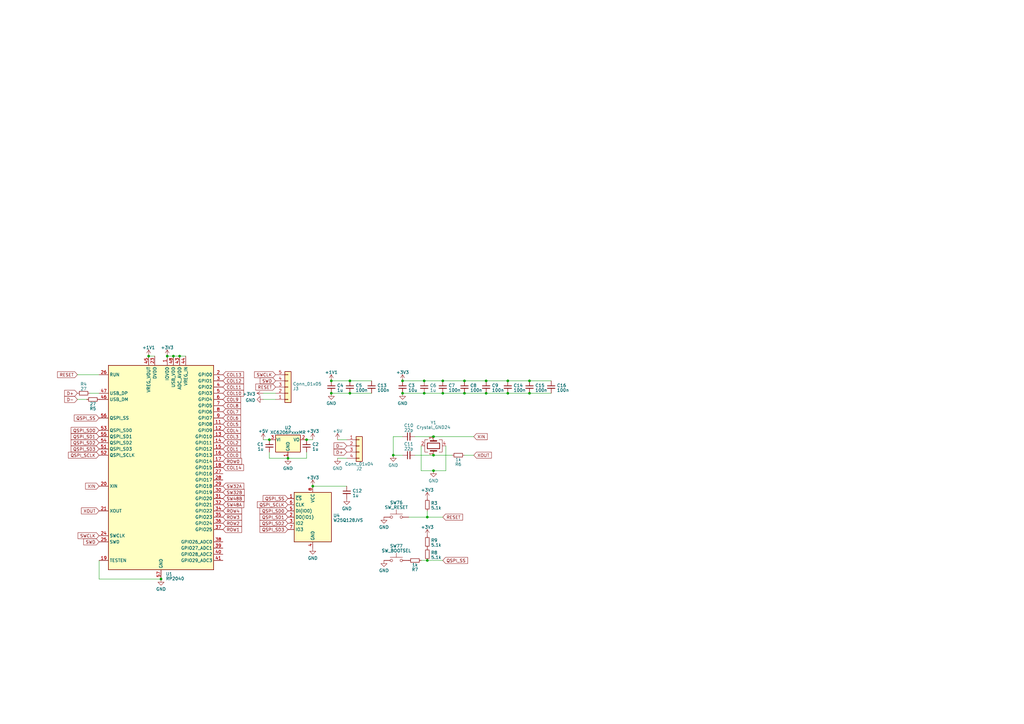
<source format=kicad_sch>
(kicad_sch (version 20230121) (generator eeschema)
  (paper "A3")
  (lib_symbols
    (symbol "Connector_Generic:Conn_01x04" (pin_names (offset 1.016) hide)
      (property "Reference" "J" (at 0 5.08 0))
      (property "Value" "Conn_01x04" (at 0 -7.62 0))
      (symbol "Conn_01x04_1_1"
        (rectangle (start -1.27 -4.953) (end 0 -5.207) (stroke (width 0.1524)))
        (rectangle (start -1.27 -2.413) (end 0 -2.667) (stroke (width 0.1524)))
        (rectangle (start -1.27 0.127) (end 0 -0.127) (stroke (width 0.1524)))
        (rectangle (start -1.27 2.667) (end 0 2.413) (stroke (width 0.1524)))
        (rectangle (start -1.27 3.81) (end 1.27 -6.35) (stroke (width 0.254)) (fill (type background)))
        (pin passive line (at -5.08 2.54 0) (length 3.81) (name "Pin_1") (number "1"))
        (pin passive line (at -5.08 0 0) (length 3.81) (name "Pin_2") (number "2"))
        (pin passive line (at -5.08 -2.54 0) (length 3.81) (name "Pin_3") (number "3"))
        (pin passive line (at -5.08 -5.08 0) (length 3.81) (name "Pin_4") (number "4"))
      )
    )
    (symbol "Connector_Generic:Conn_01x05" (pin_names (offset 1.016) hide)
      (property "Reference" "J" (at 0 7.62 0))
      (property "Value" "Conn_01x05" (at 0 -7.62 0))
      (symbol "Conn_01x05_1_1"
        (rectangle (start -1.27 -4.953) (end 0 -5.207) (stroke (width 0.1524)))
        (rectangle (start -1.27 -2.413) (end 0 -2.667) (stroke (width 0.1524)))
        (rectangle (start -1.27 0.127) (end 0 -0.127) (stroke (width 0.1524)))
        (rectangle (start -1.27 2.667) (end 0 2.413) (stroke (width 0.1524)))
        (rectangle (start -1.27 5.207) (end 0 4.953) (stroke (width 0.1524)))
        (rectangle (start -1.27 6.35) (end 1.27 -6.35) (stroke (width 0.254)) (fill (type background)))
        (pin passive line (at -5.08 5.08 0) (length 3.81) (name "Pin_1") (number "1"))
        (pin passive line (at -5.08 2.54 0) (length 3.81) (name "Pin_2") (number "2"))
        (pin passive line (at -5.08 0 0) (length 3.81) (name "Pin_3") (number "3"))
        (pin passive line (at -5.08 -2.54 0) (length 3.81) (name "Pin_4") (number "4"))
        (pin passive line (at -5.08 -5.08 0) (length 3.81) (name "Pin_5") (number "5"))
      )
    )
    (symbol "Device:C_Small" (pin_numbers hide) (pin_names (offset 0.254) hide)
      (property "Reference" "C" (at 0.254 1.778 0))
      (property "Value" "C_Small" (at 0.254 -2.032 0))
      (symbol "C_Small_0_1"
        (polyline (pts (xy -1.524 -0.508) (xy 1.524 -0.508)) (stroke (width 0.3302)))
        (polyline (pts (xy -1.524 0.508) (xy 1.524 0.508)) (stroke (width 0.3048)))
      )
      (symbol "C_Small_1_1"
        (pin passive line (at 0 2.54 270) (length 2.032) (name "~") (number "1"))
        (pin passive line (at 0 -2.54 90) (length 2.032) (name "~") (number "2"))
      )
    )
    (symbol "Device:Crystal_GND24" (pin_names (offset 1.016) hide)
      (property "Reference" "Y" (at 3.175 5.08 0))
      (property "Value" "Crystal_GND24" (at 3.175 3.175 0))
      (symbol "Crystal_GND24_0_1"
        (rectangle (start -1.143 2.54) (end 1.143 -2.54) (stroke (width 0.3048)))
        (polyline (pts (xy -2.54 0) (xy -2.032 0)))
        (polyline (pts (xy -2.032 -1.27) (xy -2.032 1.27)) (stroke (width 0.508)))
        (polyline (pts (xy 0 -3.81) (xy 0 -3.556)))
        (polyline (pts (xy 0 3.556) (xy 0 3.81)))
        (polyline (pts (xy 2.032 -1.27) (xy 2.032 1.27)) (stroke (width 0.508)))
        (polyline (pts (xy 2.032 0) (xy 2.54 0)))
        (polyline (pts (xy -2.54 -2.286) (xy -2.54 -3.556) (xy 2.54 -3.556) (xy 2.54 -2.286)))
        (polyline (pts (xy -2.54 2.286) (xy -2.54 3.556) (xy 2.54 3.556) (xy 2.54 2.286)))
      )
      (symbol "Crystal_GND24_1_1"
        (pin passive line (at -3.81 0 0) (length 1.27) (name "1") (number "1"))
        (pin passive line (at 0 5.08 270) (length 1.27) (name "2") (number "2"))
        (pin passive line (at 3.81 0 180) (length 1.27) (name "3") (number "3"))
        (pin passive line (at 0 -5.08 90) (length 1.27) (name "4") (number "4"))
      )
    )
    (symbol "Device:R_Small" (pin_numbers hide) (pin_names (offset 0.254) hide)
      (property "Reference" "R" (at 0.762 0.508 0))
      (property "Value" "R_Small" (at 0.762 -1.016 0))
      (symbol "R_Small_0_1"
        (rectangle (start -0.762 1.778) (end 0.762 -1.778) (stroke (width 0.2032)))
      )
      (symbol "R_Small_1_1"
        (pin passive line (at 0 2.54 270) (length 0.762) (name "~") (number "1"))
        (pin passive line (at 0 -2.54 90) (length 0.762) (name "~") (number "2"))
      )
    )
    (symbol "MCU_RaspberryPi:RP2040"
      (property "Reference" "U" (at 17.78 45.72 0))
      (property "Value" "RP2040" (at 17.78 43.18 0))
      (symbol "RP2040_0_1"
        (rectangle (start -21.59 41.91) (end 21.59 -41.91) (stroke (width 0.254)) (fill (type background)))
      )
      (symbol "RP2040_1_1"
        (pin power_in line (at 2.54 45.72 270) (length 3.81) (name "IOVDD") (number "1"))
        (pin passive line (at 2.54 45.72 270) (length 3.81) hide (name "IOVDD") (number "10"))
        (pin bidirectional line (at 25.4 17.78 180) (length 3.81) (name "GPIO8") (number "11"))
        (pin bidirectional line (at 25.4 15.24 180) (length 3.81) (name "GPIO9") (number "12"))
        (pin bidirectional line (at 25.4 12.7 180) (length 3.81) (name "GPIO10") (number "13"))
        (pin bidirectional line (at 25.4 10.16 180) (length 3.81) (name "GPIO11") (number "14"))
        (pin bidirectional line (at 25.4 7.62 180) (length 3.81) (name "GPIO12") (number "15"))
        (pin bidirectional line (at 25.4 5.08 180) (length 3.81) (name "GPIO13") (number "16"))
        (pin bidirectional line (at 25.4 2.54 180) (length 3.81) (name "GPIO14") (number "17"))
        (pin bidirectional line (at 25.4 0 180) (length 3.81) (name "GPIO15") (number "18"))
        (pin input line (at -25.4 -38.1 0) (length 3.81) (name "TESTEN") (number "19"))
        (pin bidirectional line (at 25.4 38.1 180) (length 3.81) (name "GPIO0") (number "2"))
        (pin input line (at -25.4 -7.62 0) (length 3.81) (name "XIN") (number "20"))
        (pin passive line (at -25.4 -17.78 0) (length 3.81) (name "XOUT") (number "21"))
        (pin passive line (at 2.54 45.72 270) (length 3.81) hide (name "IOVDD") (number "22"))
        (pin power_in line (at -2.54 45.72 270) (length 3.81) (name "DVDD") (number "23"))
        (pin input line (at -25.4 -27.94 0) (length 3.81) (name "SWCLK") (number "24"))
        (pin bidirectional line (at -25.4 -30.48 0) (length 3.81) (name "SWD") (number "25"))
        (pin input line (at -25.4 38.1 0) (length 3.81) (name "RUN") (number "26"))
        (pin bidirectional line (at 25.4 -2.54 180) (length 3.81) (name "GPIO16") (number "27"))
        (pin bidirectional line (at 25.4 -5.08 180) (length 3.81) (name "GPIO17") (number "28"))
        (pin bidirectional line (at 25.4 -7.62 180) (length 3.81) (name "GPIO18") (number "29"))
        (pin bidirectional line (at 25.4 35.56 180) (length 3.81) (name "GPIO1") (number "3"))
        (pin bidirectional line (at 25.4 -10.16 180) (length 3.81) (name "GPIO19") (number "30"))
        (pin bidirectional line (at 25.4 -12.7 180) (length 3.81) (name "GPIO20") (number "31"))
        (pin bidirectional line (at 25.4 -15.24 180) (length 3.81) (name "GPIO21") (number "32"))
        (pin passive line (at 2.54 45.72 270) (length 3.81) hide (name "IOVDD") (number "33"))
        (pin bidirectional line (at 25.4 -17.78 180) (length 3.81) (name "GPIO22") (number "34"))
        (pin bidirectional line (at 25.4 -20.32 180) (length 3.81) (name "GPIO23") (number "35"))
        (pin bidirectional line (at 25.4 -22.86 180) (length 3.81) (name "GPIO24") (number "36"))
        (pin bidirectional line (at 25.4 -25.4 180) (length 3.81) (name "GPIO25") (number "37"))
        (pin bidirectional line (at 25.4 -30.48 180) (length 3.81) (name "GPIO26_ADC0") (number "38"))
        (pin bidirectional line (at 25.4 -33.02 180) (length 3.81) (name "GPIO27_ADC1") (number "39"))
        (pin bidirectional line (at 25.4 33.02 180) (length 3.81) (name "GPIO2") (number "4"))
        (pin bidirectional line (at 25.4 -35.56 180) (length 3.81) (name "GPIO28_ADC2") (number "40"))
        (pin bidirectional line (at 25.4 -38.1 180) (length 3.81) (name "GPIO29_ADC3") (number "41"))
        (pin passive line (at 2.54 45.72 270) (length 3.81) hide (name "IOVDD") (number "42"))
        (pin power_in line (at 7.62 45.72 270) (length 3.81) (name "ADC_AVDD") (number "43"))
        (pin power_in line (at 10.16 45.72 270) (length 3.81) (name "VREG_IN") (number "44"))
        (pin power_out line (at -5.08 45.72 270) (length 3.81) (name "VREG_VOUT") (number "45"))
        (pin bidirectional line (at -25.4 27.94 0) (length 3.81) (name "USB_DM") (number "46"))
        (pin bidirectional line (at -25.4 30.48 0) (length 3.81) (name "USB_DP") (number "47"))
        (pin power_in line (at 5.08 45.72 270) (length 3.81) (name "USB_VDD") (number "48"))
        (pin passive line (at 2.54 45.72 270) (length 3.81) hide (name "IOVDD") (number "49"))
        (pin bidirectional line (at 25.4 30.48 180) (length 3.81) (name "GPIO3") (number "5"))
        (pin passive line (at -2.54 45.72 270) (length 3.81) hide (name "DVDD") (number "50"))
        (pin bidirectional line (at -25.4 7.62 0) (length 3.81) (name "QSPI_SD3") (number "51"))
        (pin output line (at -25.4 5.08 0) (length 3.81) (name "QSPI_SCLK") (number "52"))
        (pin bidirectional line (at -25.4 15.24 0) (length 3.81) (name "QSPI_SD0") (number "53"))
        (pin bidirectional line (at -25.4 10.16 0) (length 3.81) (name "QSPI_SD2") (number "54"))
        (pin bidirectional line (at -25.4 12.7 0) (length 3.81) (name "QSPI_SD1") (number "55"))
        (pin bidirectional line (at -25.4 20.32 0) (length 3.81) (name "QSPI_SS") (number "56"))
        (pin power_in line (at 0 -45.72 90) (length 3.81) (name "GND") (number "57"))
        (pin bidirectional line (at 25.4 27.94 180) (length 3.81) (name "GPIO4") (number "6"))
        (pin bidirectional line (at 25.4 25.4 180) (length 3.81) (name "GPIO5") (number "7"))
        (pin bidirectional line (at 25.4 22.86 180) (length 3.81) (name "GPIO6") (number "8"))
        (pin bidirectional line (at 25.4 20.32 180) (length 3.81) (name "GPIO7") (number "9"))
      )
    )
    (symbol "Memory_Flash:W25Q128JVS"
      (property "Reference" "U" (at -8.89 8.89 0))
      (property "Value" "W25Q128JVS" (at 7.62 8.89 0))
      (symbol "W25Q128JVS_0_1"
        (rectangle (start -7.62 10.16) (end 7.62 -10.16) (stroke (width 0.254)) (fill (type background)))
      )
      (symbol "W25Q128JVS_1_1"
        (pin input line (at -10.16 7.62 0) (length 2.54) (name "~{CS}") (number "1"))
        (pin bidirectional line (at -10.16 0 0) (length 2.54) (name "DO(IO1)") (number "2"))
        (pin bidirectional line (at -10.16 -2.54 0) (length 2.54) (name "IO2") (number "3"))
        (pin power_in line (at 0 -12.7 90) (length 2.54) (name "GND") (number "4"))
        (pin bidirectional line (at -10.16 2.54 0) (length 2.54) (name "DI(IO0)") (number "5"))
        (pin input line (at -10.16 5.08 0) (length 2.54) (name "CLK") (number "6"))
        (pin bidirectional line (at -10.16 -5.08 0) (length 2.54) (name "IO3") (number "7"))
        (pin power_in line (at 0 12.7 270) (length 2.54) (name "VCC") (number "8"))
      )
    )
    (symbol "Regulator_Linear:XC6206PxxxMR" (pin_names (offset 0.254))
      (property "Reference" "U" (at -3.81 3.175 0))
      (property "Value" "XC6206PxxxMR" (at 0 3.175 0))
      (symbol "XC6206PxxxMR_0_1"
        (rectangle (start -5.08 1.905) (end 5.08 -5.08) (stroke (width 0.254)) (fill (type background)))
      )
      (symbol "XC6206PxxxMR_1_1"
        (pin power_in line (at 0 -7.62 90) (length 2.54) (name "GND") (number "1"))
        (pin power_out line (at 7.62 0 180) (length 2.54) (name "VO") (number "2"))
        (pin power_in line (at -7.62 0 0) (length 2.54) (name "VI") (number "3"))
      )
    )
    (symbol "Switch:SW_Push" (pin_numbers hide) (pin_names (offset 1.016) hide)
      (property "Reference" "SW" (at 1.27 2.54 0))
      (property "Value" "SW_Push" (at 0 -1.524 0))
      (symbol "SW_Push_0_1"
        (circle (center -2.032 0) (radius 0.508))
        (polyline (pts (xy 0 1.27) (xy 0 3.048)))
        (polyline (pts (xy 2.54 1.27) (xy -2.54 1.27)))
        (circle (center 2.032 0) (radius 0.508))
        (pin passive line (at -5.08 0 0) (length 2.54) (name "1") (number "1"))
        (pin passive line (at 5.08 0 180) (length 2.54) (name "2") (number "2"))
      )
    )
    (symbol "power:+1V1" (power) (pin_names (offset 0))
      (property "Value" "+1V1" (at 0 3.556 0))
      (symbol "+1V1_0_1"
        (polyline (pts (xy -0.762 1.27) (xy 0 2.54)))
        (polyline (pts (xy 0 0) (xy 0 2.54)))
        (polyline (pts (xy 0 2.54) (xy 0.762 1.27)))
      )
      (symbol "+1V1_1_1"
        (pin power_in line (at 0 0 90) (length 0) hide (name "+1V1") (number "1"))
      )
    )
    (symbol "power:+3V3" (power) (pin_names (offset 0))
      (property "Value" "+3V3" (at 0 3.556 0))
      (symbol "+3V3_0_1"
        (polyline (pts (xy -0.762 1.27) (xy 0 2.54)))
        (polyline (pts (xy 0 0) (xy 0 2.54)))
        (polyline (pts (xy 0 2.54) (xy 0.762 1.27)))
      )
      (symbol "+3V3_1_1"
        (pin power_in line (at 0 0 90) (length 0) hide (name "+3V3") (number "1"))
      )
    )
    (symbol "power:+5V" (power) (pin_names (offset 0))
      (property "Value" "+5V" (at 0 3.556 0))
      (symbol "+5V_0_1"
        (polyline (pts (xy -0.762 1.27) (xy 0 2.54)))
        (polyline (pts (xy 0 0) (xy 0 2.54)))
        (polyline (pts (xy 0 2.54) (xy 0.762 1.27)))
      )
      (symbol "+5V_1_1"
        (pin power_in line (at 0 0 90) (length 0) hide (name "+5V") (number "1"))
      )
    )
    (symbol "power:GND" (power) (pin_names (offset 0))
      (property "Value" "GND" (at 0 -3.81 0))
      (symbol "GND_0_1"
        (polyline (pts (xy 0 0) (xy 0 -1.27) (xy 1.27 -1.27) (xy 0 -2.54) (xy -1.27 -1.27) (xy 0 -1.27)))
      )
      (symbol "GND_1_1"
        (pin power_in line (at 0 0 270) (length 0) hide (name "GND") (number "1"))
      )
    )
  )
  (junction (at 177.8 179.07))
  (junction (at 199.39 156.21))
  (junction (at 73.66 146.05))
  (junction (at 175.26 229.87))
  (junction (at 165.1 161.29))
  (junction (at 177.8 193.04))
  (junction (at 208.28 161.29))
  (junction (at 190.5 156.21))
  (junction (at 135.89 156.21))
  (junction (at 181.61 156.21))
  (junction (at 66.04 237.49))
  (junction (at 135.89 161.29))
  (junction (at 128.27 199.39))
  (junction (at 71.12 146.05))
  (junction (at 175.26 212.09))
  (junction (at 181.61 161.29))
  (junction (at 143.51 156.21))
  (junction (at 161.29 186.69))
  (junction (at 208.28 156.21))
  (junction (at 110.49 180.34))
  (junction (at 199.39 161.29))
  (junction (at 118.11 187.96))
  (junction (at 143.51 161.29))
  (junction (at 68.58 146.05))
  (junction (at 60.96 146.05))
  (junction (at 173.99 156.21))
  (junction (at 173.99 161.29))
  (junction (at 217.17 161.29))
  (junction (at 177.8 186.69))
  (junction (at 165.1 156.21))
  (junction (at 217.17 156.21))
  (junction (at 190.5 161.29))
  (junction (at 125.73 180.34))
  (wire (pts (xy 138.43 180.34) (xy 142.24 180.34)))
  (wire (pts (xy 181.61 212.09) (xy 175.26 212.09)))
  (wire (pts (xy 182.88 182.88) (xy 182.88 193.04)))
  (wire (pts (xy 199.39 156.21) (xy 208.28 156.21)))
  (wire (pts (xy 31.75 163.83) (xy 35.56 163.83)))
  (wire (pts (xy 194.31 186.69) (xy 190.5 186.69)))
  (wire (pts (xy 173.99 156.21) (xy 181.61 156.21)))
  (wire (pts (xy 175.26 229.87) (xy 181.61 229.87)))
  (wire (pts (xy 143.51 156.21) (xy 152.4 156.21)))
  (wire (pts (xy 40.64 237.49) (xy 66.04 237.49)))
  (wire (pts (xy 177.8 186.69) (xy 185.42 186.69)))
  (wire (pts (xy 161.29 179.07) (xy 161.29 186.69)))
  (wire (pts (xy 177.8 193.04) (xy 182.88 193.04)))
  (wire (pts (xy 167.64 212.09) (xy 175.26 212.09)))
  (wire (pts (xy 181.61 156.21) (xy 190.5 156.21)))
  (wire (pts (xy 165.1 161.29) (xy 173.99 161.29)))
  (wire (pts (xy 36.83 161.29) (xy 40.64 161.29)))
  (wire (pts (xy 142.24 199.39) (xy 128.27 199.39)))
  (wire (pts (xy 181.61 161.29) (xy 190.5 161.29)))
  (wire (pts (xy 217.17 161.29) (xy 226.06 161.29)))
  (wire (pts (xy 161.29 179.07) (xy 165.1 179.07)))
  (wire (pts (xy 135.89 161.29) (xy 143.51 161.29)))
  (wire (pts (xy 170.18 179.07) (xy 177.8 179.07)))
  (wire (pts (xy 161.29 186.69) (xy 165.1 186.69)))
  (wire (pts (xy 170.18 186.69) (xy 177.8 186.69)))
  (wire (pts (xy 177.8 179.07) (xy 194.31 179.07)))
  (wire (pts (xy 125.73 180.34) (xy 128.27 180.34)))
  (wire (pts (xy 199.39 161.29) (xy 208.28 161.29)))
  (wire (pts (xy 190.5 161.29) (xy 199.39 161.29)))
  (wire (pts (xy 177.8 193.04) (xy 172.72 193.04)))
  (wire (pts (xy 173.99 161.29) (xy 181.61 161.29)))
  (wire (pts (xy 60.96 146.05) (xy 63.5 146.05)))
  (wire (pts (xy 71.12 146.05) (xy 73.66 146.05)))
  (wire (pts (xy 138.43 187.96) (xy 142.24 187.96)))
  (wire (pts (xy 190.5 156.21) (xy 199.39 156.21)))
  (wire (pts (xy 40.64 229.87) (xy 40.64 237.49)))
  (wire (pts (xy 172.72 193.04) (xy 172.72 182.88)))
  (wire (pts (xy 125.73 187.96) (xy 125.73 185.42)))
  (wire (pts (xy 175.26 229.87) (xy 172.72 229.87)))
  (wire (pts (xy 208.28 161.29) (xy 217.17 161.29)))
  (wire (pts (xy 107.95 161.29) (xy 113.03 161.29)))
  (wire (pts (xy 107.95 180.34) (xy 110.49 180.34)))
  (wire (pts (xy 143.51 161.29) (xy 152.4 161.29)))
  (wire (pts (xy 73.66 146.05) (xy 76.2 146.05)))
  (wire (pts (xy 110.49 187.96) (xy 118.11 187.96)))
  (wire (pts (xy 40.64 153.67) (xy 31.75 153.67)))
  (wire (pts (xy 208.28 156.21) (xy 217.17 156.21)))
  (wire (pts (xy 175.26 209.55) (xy 175.26 212.09)))
  (wire (pts (xy 165.1 156.21) (xy 173.99 156.21)))
  (wire (pts (xy 118.11 187.96) (xy 125.73 187.96)))
  (wire (pts (xy 110.49 185.42) (xy 110.49 187.96)))
  (wire (pts (xy 107.95 163.83) (xy 113.03 163.83)))
  (wire (pts (xy 135.89 156.21) (xy 143.51 156.21)))
  (wire (pts (xy 68.58 146.05) (xy 71.12 146.05)))
  (wire (pts (xy 217.17 156.21) (xy 226.06 156.21)))
  (global_label "D+" (shape input) (at 31.75 161.29 180) (property "Intersheetrefs" "${INTERSHEET_REFS}" (effects hide)))
  (global_label "SW32B" (shape input) (at 91.44 201.93 0) (property "Intersheetrefs" "${INTERSHEET_REFS}" (effects hide)))
  (global_label "COL6" (shape input) (at 91.44 171.45 0) (property "Intersheetrefs" "${INTERSHEET_REFS}" (effects hide)))
  (global_label "D-" (shape input) (at 142.24 182.88 180) (property "Intersheetrefs" "${INTERSHEET_REFS}" (effects hide)))
  (global_label "SW48A" (shape input) (at 91.44 207.01 0) (property "Intersheetrefs" "${INTERSHEET_REFS}" (effects hide)))
  (global_label "ROW2" (shape input) (at 91.44 214.63 0) (property "Intersheetrefs" "${INTERSHEET_REFS}" (effects hide)))
  (global_label "COL8" (shape input) (at 91.44 166.37 0) (property "Intersheetrefs" "${INTERSHEET_REFS}" (effects hide)))
  (global_label "COL5" (shape input) (at 91.44 173.99 0) (property "Intersheetrefs" "${INTERSHEET_REFS}" (effects hide)))
  (global_label "D+" (shape input) (at 142.24 185.42 180) (property "Intersheetrefs" "${INTERSHEET_REFS}" (effects hide)))
  (global_label "QSPI_SD1" (shape input) (at 118.11 212.09 180) (property "Intersheetrefs" "${INTERSHEET_REFS}" (effects hide)))
  (global_label "QSPI_SCLK" (shape input) (at 118.11 207.01 180) (property "Intersheetrefs" "${INTERSHEET_REFS}" (effects hide)))
  (global_label "QSPI_SS" (shape input) (at 118.11 204.47 180) (property "Intersheetrefs" "${INTERSHEET_REFS}" (effects hide)))
  (global_label "XIN" (shape input) (at 40.64 199.39 180) (property "Intersheetrefs" "${INTERSHEET_REFS}" (effects hide)))
  (global_label "COL10" (shape input) (at 91.44 161.29 0) (property "Intersheetrefs" "${INTERSHEET_REFS}" (effects hide)))
  (global_label "QSPI_SS" (shape input) (at 181.61 229.87 0) (property "Intersheetrefs" "${INTERSHEET_REFS}" (effects hide)))
  (global_label "SWD" (shape input) (at 113.03 156.21 180) (property "Intersheetrefs" "${INTERSHEET_REFS}" (effects hide)))
  (global_label "COL3" (shape input) (at 91.44 179.07 0) (property "Intersheetrefs" "${INTERSHEET_REFS}" (effects hide)))
  (global_label "D-" (shape input) (at 31.75 163.83 180) (property "Intersheetrefs" "${INTERSHEET_REFS}" (effects hide)))
  (global_label "SWCLK" (shape input) (at 113.03 153.67 180) (property "Intersheetrefs" "${INTERSHEET_REFS}" (effects hide)))
  (global_label "XOUT" (shape input) (at 194.31 186.69 0) (property "Intersheetrefs" "${INTERSHEET_REFS}" (effects hide)))
  (global_label "RESET" (shape input) (at 113.03 158.75 180) (property "Intersheetrefs" "${INTERSHEET_REFS}" (effects hide)))
  (global_label "QSPI_SS" (shape input) (at 40.64 171.45 180) (property "Intersheetrefs" "${INTERSHEET_REFS}" (effects hide)))
  (global_label "QSPI_SCLK" (shape input) (at 40.64 186.69 180) (property "Intersheetrefs" "${INTERSHEET_REFS}" (effects hide)))
  (global_label "QSPI_SD2" (shape input) (at 118.11 214.63 180) (property "Intersheetrefs" "${INTERSHEET_REFS}" (effects hide)))
  (global_label "QSPI_SD0" (shape input) (at 40.64 176.53 180) (property "Intersheetrefs" "${INTERSHEET_REFS}" (effects hide)))
  (global_label "COL0" (shape input) (at 91.44 186.69 0) (property "Intersheetrefs" "${INTERSHEET_REFS}" (effects hide)))
  (global_label "QSPI_SD3" (shape input) (at 40.64 184.15 180) (property "Intersheetrefs" "${INTERSHEET_REFS}" (effects hide)))
  (global_label "XIN" (shape input) (at 194.31 179.07 0) (property "Intersheetrefs" "${INTERSHEET_REFS}" (effects hide)))
  (global_label "COL4" (shape input) (at 91.44 176.53 0) (property "Intersheetrefs" "${INTERSHEET_REFS}" (effects hide)))
  (global_label "COL2" (shape input) (at 91.44 181.61 0) (property "Intersheetrefs" "${INTERSHEET_REFS}" (effects hide)))
  (global_label "QSPI_SD2" (shape input) (at 40.64 181.61 180) (property "Intersheetrefs" "${INTERSHEET_REFS}" (effects hide)))
  (global_label "COL7" (shape input) (at 91.44 168.91 0) (property "Intersheetrefs" "${INTERSHEET_REFS}" (effects hide)))
  (global_label "COL12" (shape input) (at 91.44 156.21 0) (property "Intersheetrefs" "${INTERSHEET_REFS}" (effects hide)))
  (global_label "SW48B" (shape input) (at 91.44 204.47 0) (property "Intersheetrefs" "${INTERSHEET_REFS}" (effects hide)))
  (global_label "RESET" (shape input) (at 31.75 153.67 180) (property "Intersheetrefs" "${INTERSHEET_REFS}" (effects hide)))
  (global_label "COL11" (shape input) (at 91.44 158.75 0) (property "Intersheetrefs" "${INTERSHEET_REFS}" (effects hide)))
  (global_label "SW32A" (shape input) (at 91.44 199.39 0) (property "Intersheetrefs" "${INTERSHEET_REFS}" (effects hide)))
  (global_label "QSPI_SD0" (shape input) (at 118.11 209.55 180) (property "Intersheetrefs" "${INTERSHEET_REFS}" (effects hide)))
  (global_label "ROW1" (shape input) (at 91.44 217.17 0) (property "Intersheetrefs" "${INTERSHEET_REFS}" (effects hide)))
  (global_label "COL1" (shape input) (at 91.44 184.15 0) (property "Intersheetrefs" "${INTERSHEET_REFS}" (effects hide)))
  (global_label "SWCLK" (shape input) (at 40.64 219.71 180) (property "Intersheetrefs" "${INTERSHEET_REFS}" (effects hide)))
  (global_label "SWD" (shape input) (at 40.64 222.25 180) (property "Intersheetrefs" "${INTERSHEET_REFS}" (effects hide)))
  (global_label "QSPI_SD1" (shape input) (at 40.64 179.07 180) (property "Intersheetrefs" "${INTERSHEET_REFS}" (effects hide)))
  (global_label "ROW4" (shape input) (at 91.44 209.55 0) (property "Intersheetrefs" "${INTERSHEET_REFS}" (effects hide)))
  (global_label "XOUT" (shape input) (at 40.64 209.55 180) (property "Intersheetrefs" "${INTERSHEET_REFS}" (effects hide)))
  (global_label "ROW0" (shape input) (at 91.44 189.23 0) (property "Intersheetrefs" "${INTERSHEET_REFS}" (effects hide)))
  (global_label "COL14" (shape input) (at 91.44 191.77 0) (property "Intersheetrefs" "${INTERSHEET_REFS}" (effects hide)))
  (global_label "ROW3" (shape input) (at 91.44 212.09 0) (property "Intersheetrefs" "${INTERSHEET_REFS}" (effects hide)))
  (global_label "QSPI_SD3" (shape input) (at 118.11 217.17 180) (property "Intersheetrefs" "${INTERSHEET_REFS}" (effects hide)))
  (global_label "RESET" (shape input) (at 181.61 212.09 0) (property "Intersheetrefs" "${INTERSHEET_REFS}" (effects hide)))
  (global_label "COL9" (shape input) (at 91.44 163.83 0) (property "Intersheetrefs" "${INTERSHEET_REFS}" (effects hide)))
  (global_label "COL13" (shape input) (at 91.44 153.67 0) (property "Intersheetrefs" "${INTERSHEET_REFS}" (effects hide)))
  (symbol (lib_id "Device:C_Small") (at 173.99 158.75 0) (unit 1)
    (property "Reference" "C6" (at 176.3141 158.1126 0) (effects (justify left)))
    (property "Value" "1u" (at 176.3141 160.0336 0) (effects (justify left)))
    (property "Footprint" "Capacitor_SMD:C_0402_1005Metric" (effects hide))
  )
  (symbol (lib_id "Device:R_Small") (at 175.26 207.01 180) (unit 1)
    (property "Reference" "R3" (at 176.7586 206.3663 0) (effects (justify right)))
    (property "Value" "5.1k" (at 176.7586 208.2873 0) (effects (justify right)))
    (property "Footprint" "Resistor_SMD:R_0402_1005Metric" (effects hide))
  )
  (symbol (lib_id "power:+5V") (at 107.95 180.34 0) (unit 1)
    (property "Reference" "#PWR012" (effects hide))
    (property "Value" "+5V" (at 107.95 176.8381 0))
  )
  (symbol (lib_id "power:GND") (at 135.89 161.29 0) (unit 1)
    (property "Reference" "#PWR025" (effects hide))
    (property "Value" "GND" (at 135.89 165.4255 0))
  )
  (symbol (lib_id "Regulator_Linear:XC6206PxxxMR") (at 118.11 180.34 0) (unit 1)
    (property "Reference" "U2" (at 118.11 175.4251 0))
    (property "Value" "XC6206PxxxMR" (at 118.11 177.3461 0))
    (property "Footprint" "Package_TO_SOT_SMD:SOT-23-3" (effects hide))
    (property "Datasheet" "https://www.torexsemi.com/file/xc6206/XC6206.pdf" (effects hide))
  )
  (symbol (lib_id "Device:C_Small") (at 167.64 179.07 90) (unit 1)
    (property "Reference" "C10" (at 167.6463 174.498 90))
    (property "Value" "22p" (at 167.6463 176.419 90))
    (property "Footprint" "Capacitor_SMD:C_0402_1005Metric" (effects hide))
  )
  (symbol (lib_id "Device:C_Small") (at 226.06 158.75 0) (unit 1)
    (property "Reference" "C16" (at 228.3841 158.1126 0) (effects (justify left)))
    (property "Value" "100n" (at 228.3841 160.0336 0) (effects (justify left)))
    (property "Footprint" "Capacitor_SMD:C_0402_1005Metric" (effects hide))
  )
  (symbol (lib_id "power:+3V3") (at 175.26 204.47 0) (unit 1)
    (property "Reference" "#PWR027" (effects hide))
    (property "Value" "+3V3" (at 175.26 200.9681 0))
  )
  (symbol (lib_id "power:+3V3") (at 68.58 146.05 0) (unit 1)
    (property "Reference" "#PWR020" (effects hide))
    (property "Value" "+3V3" (at 68.58 142.5481 0))
  )
  (symbol (lib_id "power:+3V3") (at 165.1 156.21 0) (unit 1)
    (property "Reference" "#PWR024" (effects hide))
    (property "Value" "+3V3" (at 165.1 152.7081 0))
  )
  (symbol (lib_id "power:GND") (at 128.27 224.79 0) (unit 1)
    (property "Reference" "#PWR038" (effects hide))
    (property "Value" "GND" (at 128.27 228.9255 0))
  )
  (symbol (lib_id "Device:R_Small") (at 34.29 161.29 90) (unit 1)
    (property "Reference" "R4" (at 34.29 157.5435 90))
    (property "Value" "27" (at 34.29 159.4645 90))
    (property "Footprint" "Resistor_SMD:R_0402_1005Metric" (effects hide))
  )
  (symbol (lib_id "Device:C_Small") (at 135.89 158.75 0) (unit 1)
    (property "Reference" "C4" (at 138.2141 158.1126 0) (effects (justify left)))
    (property "Value" "1u" (at 138.2141 160.0336 0) (effects (justify left)))
    (property "Footprint" "Capacitor_SMD:C_0402_1005Metric" (effects hide))
  )
  (symbol (lib_id "Device:C_Small") (at 165.1 158.75 0) (unit 1)
    (property "Reference" "C3" (at 167.4241 158.1126 0) (effects (justify left)))
    (property "Value" "10u" (at 167.4241 160.0336 0) (effects (justify left)))
    (property "Footprint" "Capacitor_SMD:C_0603_1608Metric" (effects hide))
  )
  (symbol (lib_id "power:+1V1") (at 60.96 146.05 0) (unit 1)
    (property "Reference" "#PWR021" (effects hide))
    (property "Value" "+1V1" (at 60.96 142.5481 0))
  )
  (symbol (lib_id "Connector_Generic:Conn_01x04") (at 147.32 182.88 0) (unit 1)
    (property "Reference" "J2" (at 147.32 192.2399 0))
    (property "Value" "Conn_01x04" (at 147.32 190.3189 0))
    (property "Footprint" "Connector_Molex:Molex_Pico-EZmate_78171-0004_1x04-1MP_P1.20mm_Vertical" (effects hide))
  )
  (symbol (lib_id "power:GND") (at 107.95 163.83 270) (unit 1)
    (property "Reference" "#PWR030" (effects hide))
    (property "Value" "GND" (at 104.7751 164.1468 90) (effects (justify right)))
  )
  (symbol (lib_id "power:+3V3") (at 175.26 219.71 0) (unit 1)
    (property "Reference" "#PWR036" (effects hide))
    (property "Value" "+3V3" (at 175.26 216.2081 0))
  )
  (symbol (lib_id "Device:R_Small") (at 175.26 227.33 180) (unit 1)
    (property "Reference" "R8" (at 176.7586 226.6863 0) (effects (justify right)))
    (property "Value" "5.1k" (at 176.7586 228.6073 0) (effects (justify right)))
    (property "Footprint" "Resistor_SMD:R_0402_1005Metric" (effects hide))
  )
  (symbol (lib_id "power:GND") (at 142.24 204.47 0) (unit 1)
    (property "Reference" "#PWR034" (effects hide))
    (property "Value" "GND" (at 142.24 208.6055 0))
  )
  (symbol (lib_id "Device:R_Small") (at 170.18 229.87 90) (mirror x) (unit 1)
    (property "Reference" "R7" (at 170.18 233.6165 90))
    (property "Value" "1k" (at 170.18 231.6955 90))
    (property "Footprint" "Resistor_SMD:R_0402_1005Metric" (effects hide))
  )
  (symbol (lib_id "power:GND") (at 118.11 187.96 0) (unit 1)
    (property "Reference" "#PWR014" (effects hide))
    (property "Value" "GND" (at 118.11 192.0955 0))
  )
  (symbol (lib_id "Device:C_Small") (at 110.49 182.88 0) (mirror y) (unit 1)
    (property "Reference" "C1" (at 108.1659 182.2426 0) (effects (justify left)))
    (property "Value" "1u" (at 108.1659 184.1636 0) (effects (justify left)))
    (property "Footprint" "Capacitor_SMD:C_0402_1005Metric" (effects hide))
  )
  (symbol (lib_id "Device:C_Small") (at 125.73 182.88 0) (unit 1)
    (property "Reference" "C2" (at 128.0541 182.2426 0) (effects (justify left)))
    (property "Value" "1u" (at 128.0541 184.1636 0) (effects (justify left)))
    (property "Footprint" "Capacitor_SMD:C_0402_1005Metric" (effects hide))
  )
  (symbol (lib_id "Device:R_Small") (at 187.96 186.69 90) (mirror x) (unit 1)
    (property "Reference" "R6" (at 187.96 190.4365 90))
    (property "Value" "1k" (at 187.96 188.5155 90))
    (property "Footprint" "Resistor_SMD:R_0402_1005Metric" (effects hide))
  )
  (symbol (lib_id "MCU_RaspberryPi:RP2040") (at 66.04 191.77 0) (unit 1)
    (property "Reference" "U1" (at 67.9959 235.4025 0) (effects (justify left)))
    (property "Value" "RP2040" (at 67.9959 237.3235 0) (effects (justify left)))
    (property "Footprint" "Package_DFN_QFN:QFN-56-1EP_7x7mm_P0.4mm_EP3.2x3.2mm" (effects hide))
    (property "Datasheet" "https://datasheets.raspberrypi.com/rp2040/rp2040-datasheet.pdf" (effects hide))
  )
  (symbol (lib_id "Device:C_Small") (at 199.39 158.75 0) (unit 1)
    (property "Reference" "C9" (at 201.7141 158.1126 0) (effects (justify left)))
    (property "Value" "100n" (at 201.7141 160.0336 0) (effects (justify left)))
    (property "Footprint" "Capacitor_SMD:C_0402_1005Metric" (effects hide))
  )
  (symbol (lib_id "power:GND") (at 161.29 186.69 0) (unit 1)
    (property "Reference" "#PWR033" (effects hide))
    (property "Value" "GND" (at 161.29 190.8255 0))
  )
  (symbol (lib_id "power:+3V3") (at 128.27 199.39 0) (unit 1)
    (property "Reference" "#PWR037" (effects hide))
    (property "Value" "+3V3" (at 128.27 195.8881 0))
  )
  (symbol (lib_id "Device:C_Small") (at 167.64 186.69 90) (unit 1)
    (property "Reference" "C11" (at 167.6463 182.118 90))
    (property "Value" "22p" (at 167.6463 184.039 90))
    (property "Footprint" "Capacitor_SMD:C_0402_1005Metric" (effects hide))
  )
  (symbol (lib_id "Device:R_Small") (at 38.1 163.83 90) (mirror x) (unit 1)
    (property "Reference" "R5" (at 38.1 167.5765 90))
    (property "Value" "27" (at 38.1 165.6555 90))
    (property "Footprint" "Resistor_SMD:R_0402_1005Metric" (effects hide))
  )
  (symbol (lib_id "Device:Crystal_GND24") (at 177.8 182.88 90) (unit 1)
    (property "Reference" "Y1" (at 177.8 173.339 90))
    (property "Value" "Crystal_GND24" (at 177.8 175.26 90))
    (property "Footprint" "Crystal:Crystal_SMD_3225-4Pin_3.2x2.5mm" (effects hide))
  )
  (symbol (lib_id "power:GND") (at 177.8 193.04 0) (unit 1)
    (property "Reference" "#PWR032" (effects hide))
    (property "Value" "GND" (at 177.8 197.1755 0))
  )
  (symbol (lib_id "Device:C_Small") (at 152.4 158.75 0) (unit 1)
    (property "Reference" "C13" (at 154.7241 158.1126 0) (effects (justify left)))
    (property "Value" "100n" (at 154.7241 160.0336 0) (effects (justify left)))
    (property "Footprint" "Capacitor_SMD:C_0402_1005Metric" (effects hide))
  )
  (symbol (lib_id "power:GND") (at 138.43 187.96 0) (unit 1)
    (property "Reference" "#PWR016" (effects hide))
    (property "Value" "GND" (at 138.43 192.0955 0))
  )
  (symbol (lib_id "Device:C_Small") (at 217.17 158.75 0) (unit 1)
    (property "Reference" "C15" (at 219.4941 158.1126 0) (effects (justify left)))
    (property "Value" "100n" (at 219.4941 160.0336 0) (effects (justify left)))
    (property "Footprint" "Capacitor_SMD:C_0402_1005Metric" (effects hide))
  )
  (symbol (lib_id "Device:R_Small") (at 175.26 222.25 180) (unit 1)
    (property "Reference" "R9" (at 176.7586 221.6063 0) (effects (justify right)))
    (property "Value" "5.1k" (at 176.7586 223.5273 0) (effects (justify right)))
    (property "Footprint" "Resistor_SMD:R_0402_1005Metric" (effects hide))
  )
  (symbol (lib_id "Memory_Flash:W25Q128JVS") (at 128.27 212.09 0) (unit 1)
    (property "Reference" "U4" (at 136.652 211.4463 0) (effects (justify left)))
    (property "Value" "W25Q128JVS" (at 136.652 213.3673 0) (effects (justify left)))
    (property "Footprint" "Package_SO:SOIC-8_5.23x5.23mm_P1.27mm" (effects hide))
    (property "Datasheet" "http://www.winbond.com/resource-files/w25q128jv_dtr%20revc%2003272018%20plus.pdf" (effects hide))
  )
  (symbol (lib_id "power:GND") (at 66.04 237.49 0) (unit 1)
    (property "Reference" "#PWR029" (effects hide))
    (property "Value" "GND" (at 66.04 241.6255 0))
  )
  (symbol (lib_id "power:GND") (at 157.48 212.09 0) (unit 1)
    (property "Reference" "#PWR028" (effects hide))
    (property "Value" "GND" (at 157.48 216.2255 0))
  )
  (symbol (lib_id "Device:C_Small") (at 143.51 158.75 0) (unit 1)
    (property "Reference" "C5" (at 145.8341 158.1126 0) (effects (justify left)))
    (property "Value" "100n" (at 145.8341 160.0336 0) (effects (justify left)))
    (property "Footprint" "Capacitor_SMD:C_0402_1005Metric" (effects hide))
  )
  (symbol (lib_id "power:+5V") (at 138.43 180.34 0) (unit 1)
    (property "Reference" "#PWR06" (effects hide))
    (property "Value" "+5V" (at 138.43 176.8381 0))
  )
  (symbol (lib_id "power:+1V1") (at 135.89 156.21 0) (unit 1)
    (property "Reference" "#PWR023" (effects hide))
    (property "Value" "+1V1" (at 135.89 152.7081 0))
  )
  (symbol (lib_id "Device:C_Small") (at 208.28 158.75 0) (unit 1)
    (property "Reference" "C14" (at 210.6041 158.1126 0) (effects (justify left)))
    (property "Value" "100n" (at 210.6041 160.0336 0) (effects (justify left)))
    (property "Footprint" "Capacitor_SMD:C_0402_1005Metric" (effects hide))
  )
  (symbol (lib_id "power:GND") (at 157.48 229.87 0) (unit 1)
    (property "Reference" "#PWR035" (effects hide))
    (property "Value" "GND" (at 157.48 234.0055 0))
  )
  (symbol (lib_id "power:GND") (at 165.1 161.29 0) (unit 1)
    (property "Reference" "#PWR026" (effects hide))
    (property "Value" "GND" (at 165.1 165.4255 0))
  )
  (symbol (lib_id "power:+3V3") (at 107.95 161.29 90) (unit 1)
    (property "Reference" "#PWR031" (effects hide))
    (property "Value" "+3V3" (at 104.775 161.6068 90) (effects (justify left)))
  )
  (symbol (lib_id "Switch:SW_Push") (at 162.56 229.87 0) (unit 1)
    (property "Reference" "SW77" (at 162.56 223.9391 0))
    (property "Value" "SW_BOOTSEL" (at 162.56 225.8601 0))
    (property "Footprint" "Connector_PinHeader_1.27mm:PinHeader_1x02_P1.27mm_Vertical" (effects hide))
  )
  (symbol (lib_id "Connector_Generic:Conn_01x05") (at 118.11 158.75 0) (mirror x) (unit 1)
    (property "Reference" "J3" (at 120.142 159.3937 0) (effects (justify left)))
    (property "Value" "Conn_01x05" (at 120.142 157.4727 0) (effects (justify left)))
    (property "Footprint" "Connector_PinHeader_2.54mm:PinHeader_1x05_P2.54mm_Vertical" (effects hide))
  )
  (symbol (lib_id "power:+3V3") (at 128.27 180.34 0) (unit 1)
    (property "Reference" "#PWR013" (effects hide))
    (property "Value" "+3V3" (at 128.27 176.8381 0))
  )
  (symbol (lib_id "Device:C_Small") (at 181.61 158.75 0) (unit 1)
    (property "Reference" "C7" (at 183.9341 158.1126 0) (effects (justify left)))
    (property "Value" "100n" (at 183.9341 160.0336 0) (effects (justify left)))
    (property "Footprint" "Capacitor_SMD:C_0402_1005Metric" (effects hide))
  )
  (symbol (lib_id "Device:C_Small") (at 142.24 201.93 0) (unit 1)
    (property "Reference" "C12" (at 144.5641 201.2926 0) (effects (justify left)))
    (property "Value" "1u" (at 144.5641 203.2136 0) (effects (justify left)))
    (property "Footprint" "Capacitor_SMD:C_0402_1005Metric" (effects hide))
  )
  (symbol (lib_id "Device:C_Small") (at 190.5 158.75 0) (unit 1)
    (property "Reference" "C8" (at 192.8241 158.1126 0) (effects (justify left)))
    (property "Value" "100n" (at 192.8241 160.0336 0) (effects (justify left)))
    (property "Footprint" "Capacitor_SMD:C_0402_1005Metric" (effects hide))
  )
  (symbol (lib_id "Switch:SW_Push") (at 162.56 212.09 0) (unit 1)
    (property "Reference" "SW76" (at 162.56 206.1591 0))
    (property "Value" "SW_RESET" (at 162.56 208.0801 0))
    (property "Footprint" "Connector_PinHeader_1.27mm:PinHeader_1x02_P1.27mm_Vertical" (effects hide))
  )
)
</source>
